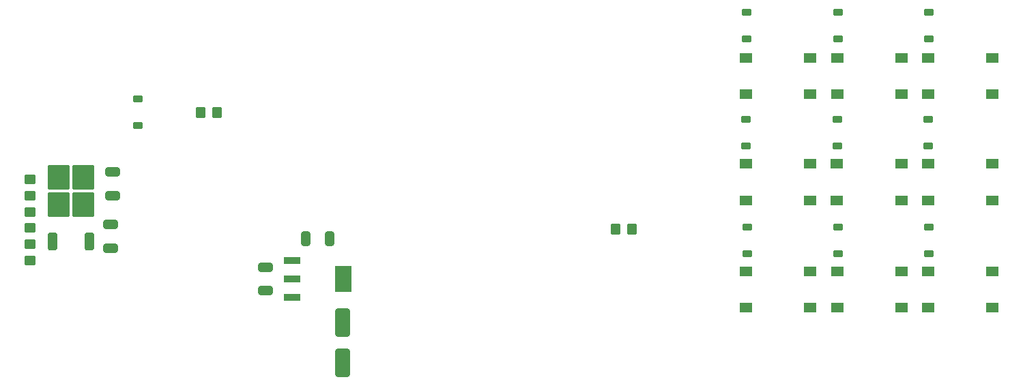
<source format=gbr>
%TF.GenerationSoftware,KiCad,Pcbnew,9.0.1*%
%TF.CreationDate,2025-05-05T17:36:54+02:00*%
%TF.ProjectId,Geocachingbox,47656f63-6163-4686-996e-67626f782e6b,rev?*%
%TF.SameCoordinates,Original*%
%TF.FileFunction,Paste,Top*%
%TF.FilePolarity,Positive*%
%FSLAX46Y46*%
G04 Gerber Fmt 4.6, Leading zero omitted, Abs format (unit mm)*
G04 Created by KiCad (PCBNEW 9.0.1) date 2025-05-05 17:36:54*
%MOMM*%
%LPD*%
G01*
G04 APERTURE LIST*
G04 Aperture macros list*
%AMRoundRect*
0 Rectangle with rounded corners*
0 $1 Rounding radius*
0 $2 $3 $4 $5 $6 $7 $8 $9 X,Y pos of 4 corners*
0 Add a 4 corners polygon primitive as box body*
4,1,4,$2,$3,$4,$5,$6,$7,$8,$9,$2,$3,0*
0 Add four circle primitives for the rounded corners*
1,1,$1+$1,$2,$3*
1,1,$1+$1,$4,$5*
1,1,$1+$1,$6,$7*
1,1,$1+$1,$8,$9*
0 Add four rect primitives between the rounded corners*
20,1,$1+$1,$2,$3,$4,$5,0*
20,1,$1+$1,$4,$5,$6,$7,0*
20,1,$1+$1,$6,$7,$8,$9,0*
20,1,$1+$1,$8,$9,$2,$3,0*%
G04 Aperture macros list end*
%ADD10RoundRect,0.225000X-0.375000X0.225000X-0.375000X-0.225000X0.375000X-0.225000X0.375000X0.225000X0*%
%ADD11RoundRect,0.250000X0.650000X-1.500000X0.650000X1.500000X-0.650000X1.500000X-0.650000X-1.500000X0*%
%ADD12RoundRect,0.250000X0.325000X0.650000X-0.325000X0.650000X-0.325000X-0.650000X0.325000X-0.650000X0*%
%ADD13R,1.550000X1.300000*%
%ADD14RoundRect,0.250000X-0.450000X0.350000X-0.450000X-0.350000X0.450000X-0.350000X0.450000X0.350000X0*%
%ADD15RoundRect,0.250000X0.450000X-0.350000X0.450000X0.350000X-0.450000X0.350000X-0.450000X-0.350000X0*%
%ADD16RoundRect,0.250000X-0.650000X0.325000X-0.650000X-0.325000X0.650000X-0.325000X0.650000X0.325000X0*%
%ADD17R,2.054151X0.953389*%
%ADD18R,2.054151X3.212132*%
%ADD19RoundRect,0.250000X0.350000X0.450000X-0.350000X0.450000X-0.350000X-0.450000X0.350000X-0.450000X0*%
%ADD20RoundRect,0.250000X0.650000X-0.325000X0.650000X0.325000X-0.650000X0.325000X-0.650000X-0.325000X0*%
%ADD21RoundRect,0.225000X0.375000X-0.225000X0.375000X0.225000X-0.375000X0.225000X-0.375000X-0.225000X0*%
%ADD22RoundRect,0.250000X1.125000X-1.275000X1.125000X1.275000X-1.125000X1.275000X-1.125000X-1.275000X0*%
%ADD23RoundRect,0.250000X0.350000X-0.850000X0.350000X0.850000X-0.350000X0.850000X-0.350000X-0.850000X0*%
G04 APERTURE END LIST*
D10*
%TO.C,D10*%
X203100000Y-99430000D03*
X203100000Y-102730000D03*
%TD*%
D11*
%TO.C,D11*%
X130400000Y-116300000D03*
X130400000Y-111300000D03*
%TD*%
D12*
%TO.C,C3*%
X128750000Y-100900000D03*
X125800000Y-100900000D03*
%TD*%
D13*
%TO.C,SW3*%
X203020000Y-78430000D03*
X210980000Y-78430000D03*
X203020000Y-82930000D03*
X210980000Y-82930000D03*
%TD*%
%TO.C,SW8*%
X191730000Y-104980000D03*
X199690000Y-104980000D03*
X191730000Y-109480000D03*
X199690000Y-109480000D03*
%TD*%
D10*
%TO.C,D6*%
X203050000Y-86080000D03*
X203050000Y-89380000D03*
%TD*%
%TO.C,D4*%
X191750000Y-86080000D03*
X191750000Y-89380000D03*
%TD*%
%TO.C,D7*%
X180550000Y-99430000D03*
X180550000Y-102730000D03*
%TD*%
D13*
%TO.C,SW6*%
X203010000Y-91630000D03*
X210970000Y-91630000D03*
X203010000Y-96130000D03*
X210970000Y-96130000D03*
%TD*%
%TO.C,SW5*%
X191710000Y-91630000D03*
X199670000Y-91630000D03*
X191710000Y-96130000D03*
X199670000Y-96130000D03*
%TD*%
%TO.C,SW7*%
X180420000Y-104980000D03*
X188380000Y-104980000D03*
X180420000Y-109480000D03*
X188380000Y-109480000D03*
%TD*%
D10*
%TO.C,D8*%
X203100000Y-72830000D03*
X203100000Y-76130000D03*
%TD*%
D14*
%TO.C,R3*%
X91590000Y-101575000D03*
X91590000Y-103575000D03*
%TD*%
D15*
%TO.C,R5*%
X91590000Y-99575000D03*
X91590000Y-97575000D03*
%TD*%
D10*
%TO.C,D9*%
X191800000Y-99430000D03*
X191800000Y-102730000D03*
%TD*%
%TO.C,D5*%
X191800000Y-72830000D03*
X191800000Y-76130000D03*
%TD*%
D13*
%TO.C,SW4*%
X180400000Y-91630000D03*
X188360000Y-91630000D03*
X180400000Y-96130000D03*
X188360000Y-96130000D03*
%TD*%
%TO.C,SW9*%
X203030000Y-104980000D03*
X210990000Y-104980000D03*
X203030000Y-109480000D03*
X210990000Y-109480000D03*
%TD*%
%TO.C,SW1*%
X180410000Y-78430000D03*
X188370000Y-78430000D03*
X180410000Y-82930000D03*
X188370000Y-82930000D03*
%TD*%
D16*
%TO.C,C2*%
X101800000Y-92600000D03*
X101800000Y-95550000D03*
%TD*%
D14*
%TO.C,R4*%
X91590000Y-93575000D03*
X91590000Y-95575000D03*
%TD*%
D17*
%TO.C,U5*%
X124100000Y-103600000D03*
X124100000Y-105900000D03*
X124100000Y-108200000D03*
D18*
X130450000Y-105900000D03*
%TD*%
D19*
%TO.C,R2*%
X166250000Y-99735000D03*
X164250000Y-99735000D03*
%TD*%
D10*
%TO.C,D2*%
X180500000Y-72830000D03*
X180500000Y-76130000D03*
%TD*%
D20*
%TO.C,C1*%
X120775000Y-107375000D03*
X120775000Y-104425000D03*
%TD*%
D21*
%TO.C,D1*%
X105000000Y-86850000D03*
X105000000Y-83550000D03*
%TD*%
D22*
%TO.C,U3*%
X95137500Y-96650000D03*
X98187500Y-96650000D03*
X95137500Y-93300000D03*
X98187500Y-93300000D03*
D23*
X94382500Y-101275000D03*
X98942500Y-101275000D03*
%TD*%
D13*
%TO.C,SW2*%
X191720000Y-78430000D03*
X199680000Y-78430000D03*
X191720000Y-82930000D03*
X199680000Y-82930000D03*
%TD*%
D19*
%TO.C,R1*%
X114800000Y-85200000D03*
X112800000Y-85200000D03*
%TD*%
D20*
%TO.C,C4*%
X101590000Y-102050000D03*
X101590000Y-99100000D03*
%TD*%
D10*
%TO.C,D3*%
X180450000Y-86080000D03*
X180450000Y-89380000D03*
%TD*%
M02*

</source>
